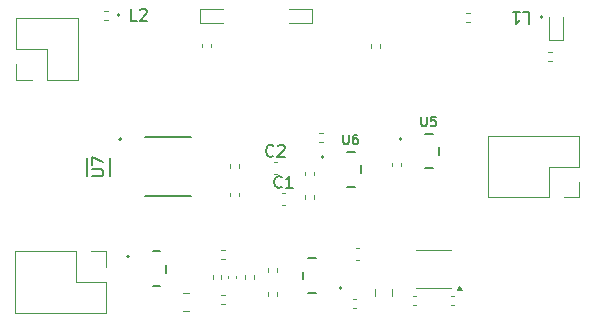
<source format=gbr>
%TF.GenerationSoftware,KiCad,Pcbnew,8.0.5-8.0.5-0~ubuntu22.04.1*%
%TF.CreationDate,2024-10-23T18:20:28+02:00*%
%TF.ProjectId,EMG_amplifier,454d475f-616d-4706-9c69-666965722e6b,rev?*%
%TF.SameCoordinates,Original*%
%TF.FileFunction,Legend,Top*%
%TF.FilePolarity,Positive*%
%FSLAX46Y46*%
G04 Gerber Fmt 4.6, Leading zero omitted, Abs format (unit mm)*
G04 Created by KiCad (PCBNEW 8.0.5-8.0.5-0~ubuntu22.04.1) date 2024-10-23 18:20:28*
%MOMM*%
%LPD*%
G01*
G04 APERTURE LIST*
%ADD10C,0.150000*%
%ADD11C,0.120000*%
%ADD12C,0.127000*%
%ADD13C,0.200000*%
%ADD14C,0.152400*%
G04 APERTURE END LIST*
D10*
X79470133Y-95577180D02*
X79422514Y-95624800D01*
X79422514Y-95624800D02*
X79279657Y-95672419D01*
X79279657Y-95672419D02*
X79184419Y-95672419D01*
X79184419Y-95672419D02*
X79041562Y-95624800D01*
X79041562Y-95624800D02*
X78946324Y-95529561D01*
X78946324Y-95529561D02*
X78898705Y-95434323D01*
X78898705Y-95434323D02*
X78851086Y-95243847D01*
X78851086Y-95243847D02*
X78851086Y-95100990D01*
X78851086Y-95100990D02*
X78898705Y-94910514D01*
X78898705Y-94910514D02*
X78946324Y-94815276D01*
X78946324Y-94815276D02*
X79041562Y-94720038D01*
X79041562Y-94720038D02*
X79184419Y-94672419D01*
X79184419Y-94672419D02*
X79279657Y-94672419D01*
X79279657Y-94672419D02*
X79422514Y-94720038D01*
X79422514Y-94720038D02*
X79470133Y-94767657D01*
X79851086Y-94767657D02*
X79898705Y-94720038D01*
X79898705Y-94720038D02*
X79993943Y-94672419D01*
X79993943Y-94672419D02*
X80232038Y-94672419D01*
X80232038Y-94672419D02*
X80327276Y-94720038D01*
X80327276Y-94720038D02*
X80374895Y-94767657D01*
X80374895Y-94767657D02*
X80422514Y-94862895D01*
X80422514Y-94862895D02*
X80422514Y-94958133D01*
X80422514Y-94958133D02*
X80374895Y-95100990D01*
X80374895Y-95100990D02*
X79803467Y-95672419D01*
X79803467Y-95672419D02*
X80422514Y-95672419D01*
X64075820Y-97319405D02*
X64885343Y-97319405D01*
X64885343Y-97319405D02*
X64980581Y-97271786D01*
X64980581Y-97271786D02*
X65028201Y-97224167D01*
X65028201Y-97224167D02*
X65075820Y-97128929D01*
X65075820Y-97128929D02*
X65075820Y-96938453D01*
X65075820Y-96938453D02*
X65028201Y-96843215D01*
X65028201Y-96843215D02*
X64980581Y-96795596D01*
X64980581Y-96795596D02*
X64885343Y-96747977D01*
X64885343Y-96747977D02*
X64075820Y-96747977D01*
X64075820Y-96367024D02*
X64075820Y-95700358D01*
X64075820Y-95700358D02*
X65075820Y-96128929D01*
X100610966Y-83415980D02*
X101087156Y-83415980D01*
X101087156Y-83415980D02*
X101087156Y-84415980D01*
X99753823Y-83415980D02*
X100325251Y-83415980D01*
X100039537Y-83415980D02*
X100039537Y-84415980D01*
X100039537Y-84415980D02*
X100134775Y-84273123D01*
X100134775Y-84273123D02*
X100230013Y-84177885D01*
X100230013Y-84177885D02*
X100325251Y-84130266D01*
X67892633Y-84147819D02*
X67416443Y-84147819D01*
X67416443Y-84147819D02*
X67416443Y-83147819D01*
X68178348Y-83243057D02*
X68225967Y-83195438D01*
X68225967Y-83195438D02*
X68321205Y-83147819D01*
X68321205Y-83147819D02*
X68559300Y-83147819D01*
X68559300Y-83147819D02*
X68654538Y-83195438D01*
X68654538Y-83195438D02*
X68702157Y-83243057D01*
X68702157Y-83243057D02*
X68749776Y-83338295D01*
X68749776Y-83338295D02*
X68749776Y-83433533D01*
X68749776Y-83433533D02*
X68702157Y-83576390D01*
X68702157Y-83576390D02*
X68130729Y-84147819D01*
X68130729Y-84147819D02*
X68749776Y-84147819D01*
X80155933Y-98218780D02*
X80108314Y-98266400D01*
X80108314Y-98266400D02*
X79965457Y-98314019D01*
X79965457Y-98314019D02*
X79870219Y-98314019D01*
X79870219Y-98314019D02*
X79727362Y-98266400D01*
X79727362Y-98266400D02*
X79632124Y-98171161D01*
X79632124Y-98171161D02*
X79584505Y-98075923D01*
X79584505Y-98075923D02*
X79536886Y-97885447D01*
X79536886Y-97885447D02*
X79536886Y-97742590D01*
X79536886Y-97742590D02*
X79584505Y-97552114D01*
X79584505Y-97552114D02*
X79632124Y-97456876D01*
X79632124Y-97456876D02*
X79727362Y-97361638D01*
X79727362Y-97361638D02*
X79870219Y-97314019D01*
X79870219Y-97314019D02*
X79965457Y-97314019D01*
X79965457Y-97314019D02*
X80108314Y-97361638D01*
X80108314Y-97361638D02*
X80155933Y-97409257D01*
X81108314Y-98314019D02*
X80536886Y-98314019D01*
X80822600Y-98314019D02*
X80822600Y-97314019D01*
X80822600Y-97314019D02*
X80727362Y-97456876D01*
X80727362Y-97456876D02*
X80632124Y-97552114D01*
X80632124Y-97552114D02*
X80536886Y-97599733D01*
X91974676Y-92269295D02*
X91974676Y-92916914D01*
X91974676Y-92916914D02*
X92012771Y-92993104D01*
X92012771Y-92993104D02*
X92050866Y-93031200D01*
X92050866Y-93031200D02*
X92127057Y-93069295D01*
X92127057Y-93069295D02*
X92279438Y-93069295D01*
X92279438Y-93069295D02*
X92355628Y-93031200D01*
X92355628Y-93031200D02*
X92393723Y-92993104D01*
X92393723Y-92993104D02*
X92431819Y-92916914D01*
X92431819Y-92916914D02*
X92431819Y-92269295D01*
X93193723Y-92269295D02*
X92812771Y-92269295D01*
X92812771Y-92269295D02*
X92774675Y-92650247D01*
X92774675Y-92650247D02*
X92812771Y-92612152D01*
X92812771Y-92612152D02*
X92888961Y-92574057D01*
X92888961Y-92574057D02*
X93079437Y-92574057D01*
X93079437Y-92574057D02*
X93155628Y-92612152D01*
X93155628Y-92612152D02*
X93193723Y-92650247D01*
X93193723Y-92650247D02*
X93231818Y-92726438D01*
X93231818Y-92726438D02*
X93231818Y-92916914D01*
X93231818Y-92916914D02*
X93193723Y-92993104D01*
X93193723Y-92993104D02*
X93155628Y-93031200D01*
X93155628Y-93031200D02*
X93079437Y-93069295D01*
X93079437Y-93069295D02*
X92888961Y-93069295D01*
X92888961Y-93069295D02*
X92812771Y-93031200D01*
X92812771Y-93031200D02*
X92774675Y-92993104D01*
X85370676Y-93798295D02*
X85370676Y-94445914D01*
X85370676Y-94445914D02*
X85408771Y-94522104D01*
X85408771Y-94522104D02*
X85446866Y-94560200D01*
X85446866Y-94560200D02*
X85523057Y-94598295D01*
X85523057Y-94598295D02*
X85675438Y-94598295D01*
X85675438Y-94598295D02*
X85751628Y-94560200D01*
X85751628Y-94560200D02*
X85789723Y-94522104D01*
X85789723Y-94522104D02*
X85827819Y-94445914D01*
X85827819Y-94445914D02*
X85827819Y-93798295D01*
X86551628Y-93798295D02*
X86399247Y-93798295D01*
X86399247Y-93798295D02*
X86323056Y-93836390D01*
X86323056Y-93836390D02*
X86284961Y-93874485D01*
X86284961Y-93874485D02*
X86208771Y-93988771D01*
X86208771Y-93988771D02*
X86170675Y-94141152D01*
X86170675Y-94141152D02*
X86170675Y-94445914D01*
X86170675Y-94445914D02*
X86208771Y-94522104D01*
X86208771Y-94522104D02*
X86246866Y-94560200D01*
X86246866Y-94560200D02*
X86323056Y-94598295D01*
X86323056Y-94598295D02*
X86475437Y-94598295D01*
X86475437Y-94598295D02*
X86551628Y-94560200D01*
X86551628Y-94560200D02*
X86589723Y-94522104D01*
X86589723Y-94522104D02*
X86627818Y-94445914D01*
X86627818Y-94445914D02*
X86627818Y-94255438D01*
X86627818Y-94255438D02*
X86589723Y-94179247D01*
X86589723Y-94179247D02*
X86551628Y-94141152D01*
X86551628Y-94141152D02*
X86475437Y-94103057D01*
X86475437Y-94103057D02*
X86323056Y-94103057D01*
X86323056Y-94103057D02*
X86246866Y-94141152D01*
X86246866Y-94141152D02*
X86208771Y-94179247D01*
X86208771Y-94179247D02*
X86170675Y-94255438D01*
D11*
%TO.C,J7*%
X65312600Y-103673600D02*
X65312600Y-105003600D01*
X63982600Y-103673600D02*
X65312600Y-103673600D01*
X62712600Y-103673600D02*
X57572600Y-103673600D01*
X62712600Y-103673600D02*
X62712600Y-106273600D01*
X57572600Y-103673600D02*
X57572600Y-108873600D01*
X65312600Y-106273600D02*
X65312600Y-108873600D01*
X62712600Y-106273600D02*
X65312600Y-106273600D01*
X65312600Y-108873600D02*
X57572600Y-108873600D01*
%TO.C,J4*%
X97634000Y-93920600D02*
X97634000Y-99120600D01*
X102774000Y-96520600D02*
X102774000Y-99120600D01*
X102774000Y-99120600D02*
X97634000Y-99120600D01*
X105374000Y-93920600D02*
X97634000Y-93920600D01*
X105374000Y-93920600D02*
X105374000Y-96520600D01*
X105374000Y-96520600D02*
X102774000Y-96520600D01*
X105374000Y-97790600D02*
X105374000Y-99120600D01*
X105374000Y-99120600D02*
X104044000Y-99120600D01*
%TO.C,R11*%
X74306200Y-105993441D02*
X74306200Y-105686159D01*
X75066200Y-105993441D02*
X75066200Y-105686159D01*
%TO.C,R13*%
X91569841Y-107443000D02*
X91262559Y-107443000D01*
X91569841Y-108203000D02*
X91262559Y-108203000D01*
%TO.C,C2*%
X79496220Y-96137600D02*
X79777380Y-96137600D01*
X79496220Y-97157600D02*
X79777380Y-97157600D01*
D12*
%TO.C,U3*%
X81933000Y-106062000D02*
X81933000Y-105392000D01*
X82403000Y-104277000D02*
X83063000Y-104277000D01*
X83063000Y-107177000D02*
X82403000Y-107177000D01*
D13*
X85243000Y-106777000D02*
G75*
G02*
X85043000Y-106777000I-100000J0D01*
G01*
X85043000Y-106777000D02*
G75*
G02*
X85243000Y-106777000I100000J0D01*
G01*
D11*
%TO.C,R20*%
X79040600Y-107163359D02*
X79040600Y-107470641D01*
X79800600Y-107163359D02*
X79800600Y-107470641D01*
D14*
%TO.C,U7*%
X63643101Y-95782801D02*
X63643101Y-97332201D01*
X65598901Y-97332201D02*
X65598901Y-95782801D01*
D11*
%TO.C,R22*%
X77019400Y-105690159D02*
X77019400Y-105997441D01*
X77779400Y-105690159D02*
X77779400Y-105997441D01*
%TO.C,R4*%
X65433641Y-83313000D02*
X65126359Y-83313000D01*
X65433641Y-84073000D02*
X65126359Y-84073000D01*
%TO.C,R9*%
X82140000Y-97235041D02*
X82140000Y-96927759D01*
X82900000Y-97235041D02*
X82900000Y-96927759D01*
%TO.C,R3*%
X96091441Y-83516200D02*
X95784159Y-83516200D01*
X96091441Y-84276200D02*
X95784159Y-84276200D01*
%TO.C,R16*%
X83646242Y-93702200D02*
X83338960Y-93702200D01*
X83646242Y-94462200D02*
X83338960Y-94462200D01*
D14*
%TO.C,L1*%
X102235000Y-83870800D02*
G75*
G02*
X102082600Y-83870800I-76200J0D01*
G01*
X102082600Y-83870800D02*
G75*
G02*
X102235000Y-83870800I76200J0D01*
G01*
D11*
%TO.C,D1*%
X102803400Y-83842400D02*
X102803400Y-85802400D01*
X102803400Y-85802400D02*
X104003400Y-85802400D01*
X104003400Y-83842400D02*
X104003400Y-85802400D01*
%TO.C,C5*%
X86710980Y-103403400D02*
X86429820Y-103403400D01*
X86710980Y-104423400D02*
X86429820Y-104423400D01*
%TO.C,R19*%
X86470441Y-107722400D02*
X86163159Y-107722400D01*
X86470441Y-108482400D02*
X86163159Y-108482400D01*
%TO.C,D3*%
X82757400Y-84369200D02*
X82757400Y-83169200D01*
X80797400Y-84369200D02*
X82757400Y-84369200D01*
X80797400Y-83169200D02*
X82757400Y-83169200D01*
%TO.C,U2*%
X92995300Y-103530400D02*
X91495300Y-103530400D01*
X92995300Y-103530400D02*
X94495300Y-103530400D01*
X92995300Y-106750400D02*
X91495300Y-106750400D01*
X92995300Y-106750400D02*
X94495300Y-106750400D01*
X95447800Y-106955400D02*
X94967800Y-106955400D01*
X95207800Y-106625400D01*
X95447800Y-106955400D01*
G36*
X95447800Y-106955400D02*
G01*
X94967800Y-106955400D01*
X95207800Y-106625400D01*
X95447800Y-106955400D01*
G37*
%TO.C,R15*%
X89480600Y-96161759D02*
X89480600Y-96469041D01*
X90240600Y-96161759D02*
X90240600Y-96469041D01*
%TO.C,C4*%
X72321052Y-107240400D02*
X71798548Y-107240400D01*
X72321052Y-108710400D02*
X71798548Y-108710400D01*
%TO.C,R8*%
X82140000Y-99216241D02*
X82140000Y-98908959D01*
X82900000Y-99216241D02*
X82900000Y-98908959D01*
%TO.C,R6*%
X75815400Y-99034441D02*
X75815400Y-98727159D01*
X76575400Y-99034441D02*
X76575400Y-98727159D01*
%TO.C,R2*%
X73432400Y-86410041D02*
X73432400Y-86102759D01*
X74192400Y-86410041D02*
X74192400Y-86102759D01*
D12*
%TO.C,U8*%
X68575000Y-93970200D02*
X72475000Y-93970200D01*
X68575000Y-99020200D02*
X72475000Y-99020200D01*
D13*
X66585000Y-94190200D02*
G75*
G02*
X66385000Y-94190200I-100000J0D01*
G01*
X66385000Y-94190200D02*
G75*
G02*
X66585000Y-94190200I100000J0D01*
G01*
D11*
%TO.C,R5*%
X88467200Y-86460841D02*
X88467200Y-86153559D01*
X87707200Y-86460841D02*
X87707200Y-86153559D01*
%TO.C,D2*%
X75184000Y-83169200D02*
X73224000Y-83169200D01*
X73224000Y-83169200D02*
X73224000Y-84369200D01*
X75184000Y-84369200D02*
X73224000Y-84369200D01*
D14*
%TO.C,L2*%
X66421000Y-83693000D02*
G75*
G02*
X66268600Y-83693000I-76200J0D01*
G01*
X66268600Y-83693000D02*
G75*
G02*
X66421000Y-83693000I76200J0D01*
G01*
D11*
%TO.C,C3*%
X75581700Y-105756764D02*
X75581700Y-105972436D01*
X76301700Y-105756764D02*
X76301700Y-105972436D01*
%TO.C,C6*%
X88058200Y-106903348D02*
X88058200Y-107425852D01*
X89528200Y-106903348D02*
X89528200Y-107425852D01*
%TO.C,R12*%
X94464959Y-107443000D02*
X94772241Y-107443000D01*
X94464959Y-108203000D02*
X94772241Y-108203000D01*
%TO.C,R21*%
X75037959Y-103556800D02*
X75345241Y-103556800D01*
X75037959Y-104316800D02*
X75345241Y-104316800D01*
%TO.C,J1*%
X57699600Y-86563200D02*
X57699600Y-83963200D01*
X57699600Y-89163200D02*
X57699600Y-87833200D01*
X59029600Y-89163200D02*
X57699600Y-89163200D01*
X60299600Y-86563200D02*
X57699600Y-86563200D01*
X60299600Y-89163200D02*
X60299600Y-86563200D01*
X62899600Y-83963200D02*
X57699600Y-83963200D01*
X62899600Y-89163200D02*
X60299600Y-89163200D01*
X62899600Y-89163200D02*
X62899600Y-83963200D01*
%TO.C,R10*%
X75345841Y-107341400D02*
X75038559Y-107341400D01*
X75345841Y-108101400D02*
X75038559Y-108101400D01*
%TO.C,R7*%
X75815400Y-96600041D02*
X75815400Y-96292759D01*
X76575400Y-96600041D02*
X76575400Y-96292759D01*
%TO.C,R14*%
X79040600Y-105107959D02*
X79040600Y-105415241D01*
X79800600Y-105107959D02*
X79800600Y-105415241D01*
%TO.C,R1*%
X102739759Y-86792800D02*
X103047041Y-86792800D01*
X102739759Y-87552800D02*
X103047041Y-87552800D01*
%TO.C,C1*%
X80182020Y-98779200D02*
X80463180Y-98779200D01*
X80182020Y-99799200D02*
X80463180Y-99799200D01*
D12*
%TO.C,U1*%
X69230200Y-103695800D02*
X69890200Y-103695800D01*
X69890200Y-106595800D02*
X69230200Y-106595800D01*
X70360200Y-104810800D02*
X70360200Y-105480800D01*
D13*
X67250200Y-104095800D02*
G75*
G02*
X67050200Y-104095800I-100000J0D01*
G01*
X67050200Y-104095800D02*
G75*
G02*
X67250200Y-104095800I100000J0D01*
G01*
D12*
%TO.C,U5*%
X92314200Y-93765000D02*
X92974200Y-93765000D01*
X92974200Y-96665000D02*
X92314200Y-96665000D01*
X93444200Y-94880000D02*
X93444200Y-95550000D01*
D13*
X90334200Y-94165000D02*
G75*
G02*
X90134200Y-94165000I-100000J0D01*
G01*
X90134200Y-94165000D02*
G75*
G02*
X90334200Y-94165000I100000J0D01*
G01*
D12*
%TO.C,U6*%
X85710200Y-95294000D02*
X86370200Y-95294000D01*
X86370200Y-98194000D02*
X85710200Y-98194000D01*
X86840200Y-96409000D02*
X86840200Y-97079000D01*
D13*
X83730200Y-95694000D02*
G75*
G02*
X83530200Y-95694000I-100000J0D01*
G01*
X83530200Y-95694000D02*
G75*
G02*
X83730200Y-95694000I100000J0D01*
G01*
%TD*%
M02*

</source>
